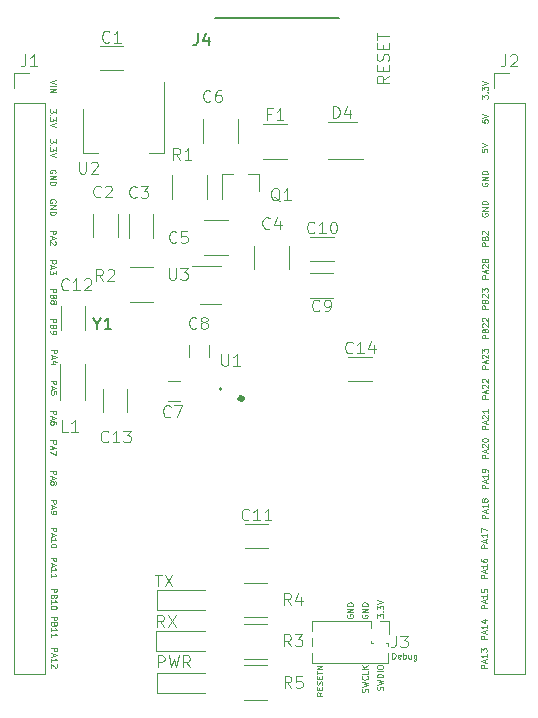
<source format=gbr>
G04 #@! TF.FileFunction,Legend,Top*
%FSLAX46Y46*%
G04 Gerber Fmt 4.6, Leading zero omitted, Abs format (unit mm)*
G04 Created by KiCad (PCBNEW 4.0.7) date 01/19/19 15:04:45*
%MOMM*%
%LPD*%
G01*
G04 APERTURE LIST*
%ADD10C,0.100000*%
%ADD11C,0.075000*%
%ADD12C,0.050000*%
%ADD13C,0.170000*%
%ADD14C,0.400000*%
%ADD15C,0.120000*%
%ADD16C,0.150000*%
G04 APERTURE END LIST*
D10*
D11*
X159116021Y-54929541D02*
X158639830Y-55262875D01*
X159116021Y-55500970D02*
X158116021Y-55500970D01*
X158116021Y-55120017D01*
X158163640Y-55024779D01*
X158211259Y-54977160D01*
X158306497Y-54929541D01*
X158449354Y-54929541D01*
X158544592Y-54977160D01*
X158592211Y-55024779D01*
X158639830Y-55120017D01*
X158639830Y-55500970D01*
X158592211Y-54500970D02*
X158592211Y-54167636D01*
X159116021Y-54024779D02*
X159116021Y-54500970D01*
X158116021Y-54500970D01*
X158116021Y-54024779D01*
X159068402Y-53643827D02*
X159116021Y-53500970D01*
X159116021Y-53262874D01*
X159068402Y-53167636D01*
X159020783Y-53120017D01*
X158925545Y-53072398D01*
X158830307Y-53072398D01*
X158735069Y-53120017D01*
X158687450Y-53167636D01*
X158639830Y-53262874D01*
X158592211Y-53453351D01*
X158544592Y-53548589D01*
X158496973Y-53596208D01*
X158401735Y-53643827D01*
X158306497Y-53643827D01*
X158211259Y-53596208D01*
X158163640Y-53548589D01*
X158116021Y-53453351D01*
X158116021Y-53215255D01*
X158163640Y-53072398D01*
X158592211Y-52643827D02*
X158592211Y-52310493D01*
X159116021Y-52167636D02*
X159116021Y-52643827D01*
X158116021Y-52643827D01*
X158116021Y-52167636D01*
X158116021Y-51881922D02*
X158116021Y-51310493D01*
X159116021Y-51596208D02*
X158116021Y-51596208D01*
D12*
X158599321Y-106929264D02*
X158623130Y-106857835D01*
X158623130Y-106738788D01*
X158599321Y-106691169D01*
X158575511Y-106667359D01*
X158527892Y-106643550D01*
X158480273Y-106643550D01*
X158432654Y-106667359D01*
X158408845Y-106691169D01*
X158385035Y-106738788D01*
X158361226Y-106834026D01*
X158337416Y-106881645D01*
X158313607Y-106905454D01*
X158265988Y-106929264D01*
X158218369Y-106929264D01*
X158170750Y-106905454D01*
X158146940Y-106881645D01*
X158123130Y-106834026D01*
X158123130Y-106714978D01*
X158146940Y-106643550D01*
X158123130Y-106476883D02*
X158623130Y-106357836D01*
X158265988Y-106262598D01*
X158623130Y-106167360D01*
X158123130Y-106048312D01*
X158623130Y-105857835D02*
X158123130Y-105857835D01*
X158123130Y-105738788D01*
X158146940Y-105667359D01*
X158194559Y-105619740D01*
X158242178Y-105595931D01*
X158337416Y-105572121D01*
X158408845Y-105572121D01*
X158504083Y-105595931D01*
X158551702Y-105619740D01*
X158599321Y-105667359D01*
X158623130Y-105738788D01*
X158623130Y-105857835D01*
X158623130Y-105357835D02*
X158123130Y-105357835D01*
X158123130Y-105024502D02*
X158123130Y-104929264D01*
X158146940Y-104881645D01*
X158194559Y-104834026D01*
X158289797Y-104810217D01*
X158456464Y-104810217D01*
X158551702Y-104834026D01*
X158599321Y-104881645D01*
X158623130Y-104929264D01*
X158623130Y-105024502D01*
X158599321Y-105072121D01*
X158551702Y-105119740D01*
X158456464Y-105143550D01*
X158289797Y-105143550D01*
X158194559Y-105119740D01*
X158146940Y-105072121D01*
X158123130Y-105024502D01*
X157319161Y-107107372D02*
X157342970Y-107035943D01*
X157342970Y-106916896D01*
X157319161Y-106869277D01*
X157295351Y-106845467D01*
X157247732Y-106821658D01*
X157200113Y-106821658D01*
X157152494Y-106845467D01*
X157128685Y-106869277D01*
X157104875Y-106916896D01*
X157081066Y-107012134D01*
X157057256Y-107059753D01*
X157033447Y-107083562D01*
X156985828Y-107107372D01*
X156938209Y-107107372D01*
X156890590Y-107083562D01*
X156866780Y-107059753D01*
X156842970Y-107012134D01*
X156842970Y-106893086D01*
X156866780Y-106821658D01*
X156842970Y-106654991D02*
X157342970Y-106535944D01*
X156985828Y-106440706D01*
X157342970Y-106345468D01*
X156842970Y-106226420D01*
X157295351Y-105750229D02*
X157319161Y-105774039D01*
X157342970Y-105845467D01*
X157342970Y-105893086D01*
X157319161Y-105964515D01*
X157271542Y-106012134D01*
X157223923Y-106035943D01*
X157128685Y-106059753D01*
X157057256Y-106059753D01*
X156962018Y-106035943D01*
X156914399Y-106012134D01*
X156866780Y-105964515D01*
X156842970Y-105893086D01*
X156842970Y-105845467D01*
X156866780Y-105774039D01*
X156890590Y-105750229D01*
X157342970Y-105297848D02*
X157342970Y-105535943D01*
X156842970Y-105535943D01*
X157342970Y-105131181D02*
X156842970Y-105131181D01*
X157342970Y-104845467D02*
X157057256Y-105059753D01*
X156842970Y-104845467D02*
X157128685Y-105131181D01*
X153502490Y-107116915D02*
X153264395Y-107283582D01*
X153502490Y-107402629D02*
X153002490Y-107402629D01*
X153002490Y-107212153D01*
X153026300Y-107164534D01*
X153050110Y-107140725D01*
X153097729Y-107116915D01*
X153169157Y-107116915D01*
X153216776Y-107140725D01*
X153240586Y-107164534D01*
X153264395Y-107212153D01*
X153264395Y-107402629D01*
X153240586Y-106902629D02*
X153240586Y-106735963D01*
X153502490Y-106664534D02*
X153502490Y-106902629D01*
X153002490Y-106902629D01*
X153002490Y-106664534D01*
X153478681Y-106474058D02*
X153502490Y-106402629D01*
X153502490Y-106283582D01*
X153478681Y-106235963D01*
X153454871Y-106212153D01*
X153407252Y-106188344D01*
X153359633Y-106188344D01*
X153312014Y-106212153D01*
X153288205Y-106235963D01*
X153264395Y-106283582D01*
X153240586Y-106378820D01*
X153216776Y-106426439D01*
X153192967Y-106450248D01*
X153145348Y-106474058D01*
X153097729Y-106474058D01*
X153050110Y-106450248D01*
X153026300Y-106426439D01*
X153002490Y-106378820D01*
X153002490Y-106259772D01*
X153026300Y-106188344D01*
X153240586Y-105974058D02*
X153240586Y-105807392D01*
X153502490Y-105735963D02*
X153502490Y-105974058D01*
X153002490Y-105974058D01*
X153002490Y-105735963D01*
X153002490Y-105593106D02*
X153002490Y-105307392D01*
X153502490Y-105450249D02*
X153002490Y-105450249D01*
X153502490Y-105140725D02*
X153002490Y-105140725D01*
X153502490Y-104855011D01*
X153002490Y-104855011D01*
X158151070Y-100814094D02*
X158151070Y-100504571D01*
X158341547Y-100671237D01*
X158341547Y-100599809D01*
X158365356Y-100552190D01*
X158389166Y-100528380D01*
X158436785Y-100504571D01*
X158555832Y-100504571D01*
X158603451Y-100528380D01*
X158627261Y-100552190D01*
X158651070Y-100599809D01*
X158651070Y-100742666D01*
X158627261Y-100790285D01*
X158603451Y-100814094D01*
X158603451Y-100290285D02*
X158627261Y-100266476D01*
X158651070Y-100290285D01*
X158627261Y-100314095D01*
X158603451Y-100290285D01*
X158651070Y-100290285D01*
X158151070Y-100099809D02*
X158151070Y-99790286D01*
X158341547Y-99956952D01*
X158341547Y-99885524D01*
X158365356Y-99837905D01*
X158389166Y-99814095D01*
X158436785Y-99790286D01*
X158555832Y-99790286D01*
X158603451Y-99814095D01*
X158627261Y-99837905D01*
X158651070Y-99885524D01*
X158651070Y-100028381D01*
X158627261Y-100076000D01*
X158603451Y-100099809D01*
X158151070Y-99647429D02*
X158651070Y-99480762D01*
X158151070Y-99314096D01*
X156859160Y-100566173D02*
X156835350Y-100613792D01*
X156835350Y-100685220D01*
X156859160Y-100756649D01*
X156906779Y-100804268D01*
X156954398Y-100828077D01*
X157049636Y-100851887D01*
X157121065Y-100851887D01*
X157216303Y-100828077D01*
X157263922Y-100804268D01*
X157311541Y-100756649D01*
X157335350Y-100685220D01*
X157335350Y-100637601D01*
X157311541Y-100566173D01*
X157287731Y-100542363D01*
X157121065Y-100542363D01*
X157121065Y-100637601D01*
X157335350Y-100328077D02*
X156835350Y-100328077D01*
X157335350Y-100042363D01*
X156835350Y-100042363D01*
X157335350Y-99804267D02*
X156835350Y-99804267D01*
X156835350Y-99685220D01*
X156859160Y-99613791D01*
X156906779Y-99566172D01*
X156954398Y-99542363D01*
X157049636Y-99518553D01*
X157121065Y-99518553D01*
X157216303Y-99542363D01*
X157263922Y-99566172D01*
X157311541Y-99613791D01*
X157335350Y-99685220D01*
X157335350Y-99804267D01*
X155617100Y-100558553D02*
X155593290Y-100606172D01*
X155593290Y-100677600D01*
X155617100Y-100749029D01*
X155664719Y-100796648D01*
X155712338Y-100820457D01*
X155807576Y-100844267D01*
X155879005Y-100844267D01*
X155974243Y-100820457D01*
X156021862Y-100796648D01*
X156069481Y-100749029D01*
X156093290Y-100677600D01*
X156093290Y-100629981D01*
X156069481Y-100558553D01*
X156045671Y-100534743D01*
X155879005Y-100534743D01*
X155879005Y-100629981D01*
X156093290Y-100320457D02*
X155593290Y-100320457D01*
X156093290Y-100034743D01*
X155593290Y-100034743D01*
X156093290Y-99796647D02*
X155593290Y-99796647D01*
X155593290Y-99677600D01*
X155617100Y-99606171D01*
X155664719Y-99558552D01*
X155712338Y-99534743D01*
X155807576Y-99510933D01*
X155879005Y-99510933D01*
X155974243Y-99534743D01*
X156021862Y-99558552D01*
X156069481Y-99606171D01*
X156093290Y-99677600D01*
X156093290Y-99796647D01*
X167497890Y-89863667D02*
X166997890Y-89863667D01*
X166997890Y-89673191D01*
X167021700Y-89625572D01*
X167045510Y-89601763D01*
X167093129Y-89577953D01*
X167164557Y-89577953D01*
X167212176Y-89601763D01*
X167235986Y-89625572D01*
X167259795Y-89673191D01*
X167259795Y-89863667D01*
X167355033Y-89387477D02*
X167355033Y-89149382D01*
X167497890Y-89435096D02*
X166997890Y-89268429D01*
X167497890Y-89101763D01*
X167497890Y-88673192D02*
X167497890Y-88958906D01*
X167497890Y-88816049D02*
X166997890Y-88816049D01*
X167069319Y-88863668D01*
X167116938Y-88911287D01*
X167140748Y-88958906D01*
X167497890Y-88435097D02*
X167497890Y-88339859D01*
X167474081Y-88292240D01*
X167450271Y-88268430D01*
X167378843Y-88220811D01*
X167283605Y-88197002D01*
X167093129Y-88197002D01*
X167045510Y-88220811D01*
X167021700Y-88244621D01*
X166997890Y-88292240D01*
X166997890Y-88387478D01*
X167021700Y-88435097D01*
X167045510Y-88458906D01*
X167093129Y-88482716D01*
X167212176Y-88482716D01*
X167259795Y-88458906D01*
X167283605Y-88435097D01*
X167307414Y-88387478D01*
X167307414Y-88292240D01*
X167283605Y-88244621D01*
X167259795Y-88220811D01*
X167212176Y-88197002D01*
X159407671Y-104269670D02*
X159407671Y-103769670D01*
X159526718Y-103769670D01*
X159598147Y-103793480D01*
X159645766Y-103841099D01*
X159669575Y-103888718D01*
X159693385Y-103983956D01*
X159693385Y-104055385D01*
X159669575Y-104150623D01*
X159645766Y-104198242D01*
X159598147Y-104245861D01*
X159526718Y-104269670D01*
X159407671Y-104269670D01*
X160098147Y-104245861D02*
X160050528Y-104269670D01*
X159955290Y-104269670D01*
X159907671Y-104245861D01*
X159883861Y-104198242D01*
X159883861Y-104007766D01*
X159907671Y-103960147D01*
X159955290Y-103936337D01*
X160050528Y-103936337D01*
X160098147Y-103960147D01*
X160121956Y-104007766D01*
X160121956Y-104055385D01*
X159883861Y-104103004D01*
X160336242Y-104269670D02*
X160336242Y-103769670D01*
X160336242Y-103960147D02*
X160383861Y-103936337D01*
X160479099Y-103936337D01*
X160526718Y-103960147D01*
X160550527Y-103983956D01*
X160574337Y-104031575D01*
X160574337Y-104174432D01*
X160550527Y-104222051D01*
X160526718Y-104245861D01*
X160479099Y-104269670D01*
X160383861Y-104269670D01*
X160336242Y-104245861D01*
X161002908Y-103936337D02*
X161002908Y-104269670D01*
X160788623Y-103936337D02*
X160788623Y-104198242D01*
X160812432Y-104245861D01*
X160860051Y-104269670D01*
X160931480Y-104269670D01*
X160979099Y-104245861D01*
X161002908Y-104222051D01*
X161455289Y-103936337D02*
X161455289Y-104341099D01*
X161431480Y-104388718D01*
X161407670Y-104412528D01*
X161360051Y-104436337D01*
X161288623Y-104436337D01*
X161241004Y-104412528D01*
X161455289Y-104245861D02*
X161407670Y-104269670D01*
X161312432Y-104269670D01*
X161264813Y-104245861D01*
X161241004Y-104222051D01*
X161217194Y-104174432D01*
X161217194Y-104031575D01*
X161241004Y-103983956D01*
X161264813Y-103960147D01*
X161312432Y-103936337D01*
X161407670Y-103936337D01*
X161455289Y-103960147D01*
X167416610Y-105078267D02*
X166916610Y-105078267D01*
X166916610Y-104887791D01*
X166940420Y-104840172D01*
X166964230Y-104816363D01*
X167011849Y-104792553D01*
X167083277Y-104792553D01*
X167130896Y-104816363D01*
X167154706Y-104840172D01*
X167178515Y-104887791D01*
X167178515Y-105078267D01*
X167273753Y-104602077D02*
X167273753Y-104363982D01*
X167416610Y-104649696D02*
X166916610Y-104483029D01*
X167416610Y-104316363D01*
X167416610Y-103887792D02*
X167416610Y-104173506D01*
X167416610Y-104030649D02*
X166916610Y-104030649D01*
X166988039Y-104078268D01*
X167035658Y-104125887D01*
X167059468Y-104173506D01*
X166916610Y-103721125D02*
X166916610Y-103411602D01*
X167107087Y-103578268D01*
X167107087Y-103506840D01*
X167130896Y-103459221D01*
X167154706Y-103435411D01*
X167202325Y-103411602D01*
X167321372Y-103411602D01*
X167368991Y-103435411D01*
X167392801Y-103459221D01*
X167416610Y-103506840D01*
X167416610Y-103649697D01*
X167392801Y-103697316D01*
X167368991Y-103721125D01*
X167416610Y-102609387D02*
X166916610Y-102609387D01*
X166916610Y-102418911D01*
X166940420Y-102371292D01*
X166964230Y-102347483D01*
X167011849Y-102323673D01*
X167083277Y-102323673D01*
X167130896Y-102347483D01*
X167154706Y-102371292D01*
X167178515Y-102418911D01*
X167178515Y-102609387D01*
X167273753Y-102133197D02*
X167273753Y-101895102D01*
X167416610Y-102180816D02*
X166916610Y-102014149D01*
X167416610Y-101847483D01*
X167416610Y-101418912D02*
X167416610Y-101704626D01*
X167416610Y-101561769D02*
X166916610Y-101561769D01*
X166988039Y-101609388D01*
X167035658Y-101657007D01*
X167059468Y-101704626D01*
X167083277Y-100990341D02*
X167416610Y-100990341D01*
X166892801Y-101109388D02*
X167249944Y-101228436D01*
X167249944Y-100918912D01*
X167452170Y-100003347D02*
X166952170Y-100003347D01*
X166952170Y-99812871D01*
X166975980Y-99765252D01*
X166999790Y-99741443D01*
X167047409Y-99717633D01*
X167118837Y-99717633D01*
X167166456Y-99741443D01*
X167190266Y-99765252D01*
X167214075Y-99812871D01*
X167214075Y-100003347D01*
X167309313Y-99527157D02*
X167309313Y-99289062D01*
X167452170Y-99574776D02*
X166952170Y-99408109D01*
X167452170Y-99241443D01*
X167452170Y-98812872D02*
X167452170Y-99098586D01*
X167452170Y-98955729D02*
X166952170Y-98955729D01*
X167023599Y-99003348D01*
X167071218Y-99050967D01*
X167095028Y-99098586D01*
X166952170Y-98360491D02*
X166952170Y-98598586D01*
X167190266Y-98622396D01*
X167166456Y-98598586D01*
X167142647Y-98550967D01*
X167142647Y-98431920D01*
X167166456Y-98384301D01*
X167190266Y-98360491D01*
X167237885Y-98336682D01*
X167356932Y-98336682D01*
X167404551Y-98360491D01*
X167428361Y-98384301D01*
X167452170Y-98431920D01*
X167452170Y-98550967D01*
X167428361Y-98598586D01*
X167404551Y-98622396D01*
X167436930Y-97463347D02*
X166936930Y-97463347D01*
X166936930Y-97272871D01*
X166960740Y-97225252D01*
X166984550Y-97201443D01*
X167032169Y-97177633D01*
X167103597Y-97177633D01*
X167151216Y-97201443D01*
X167175026Y-97225252D01*
X167198835Y-97272871D01*
X167198835Y-97463347D01*
X167294073Y-96987157D02*
X167294073Y-96749062D01*
X167436930Y-97034776D02*
X166936930Y-96868109D01*
X167436930Y-96701443D01*
X167436930Y-96272872D02*
X167436930Y-96558586D01*
X167436930Y-96415729D02*
X166936930Y-96415729D01*
X167008359Y-96463348D01*
X167055978Y-96510967D01*
X167079788Y-96558586D01*
X166936930Y-95844301D02*
X166936930Y-95939539D01*
X166960740Y-95987158D01*
X166984550Y-96010967D01*
X167055978Y-96058586D01*
X167151216Y-96082396D01*
X167341692Y-96082396D01*
X167389311Y-96058586D01*
X167413121Y-96034777D01*
X167436930Y-95987158D01*
X167436930Y-95891920D01*
X167413121Y-95844301D01*
X167389311Y-95820491D01*
X167341692Y-95796682D01*
X167222645Y-95796682D01*
X167175026Y-95820491D01*
X167151216Y-95844301D01*
X167127407Y-95891920D01*
X167127407Y-95987158D01*
X167151216Y-96034777D01*
X167175026Y-96058586D01*
X167222645Y-96082396D01*
X167462330Y-94892867D02*
X166962330Y-94892867D01*
X166962330Y-94702391D01*
X166986140Y-94654772D01*
X167009950Y-94630963D01*
X167057569Y-94607153D01*
X167128997Y-94607153D01*
X167176616Y-94630963D01*
X167200426Y-94654772D01*
X167224235Y-94702391D01*
X167224235Y-94892867D01*
X167319473Y-94416677D02*
X167319473Y-94178582D01*
X167462330Y-94464296D02*
X166962330Y-94297629D01*
X167462330Y-94130963D01*
X167462330Y-93702392D02*
X167462330Y-93988106D01*
X167462330Y-93845249D02*
X166962330Y-93845249D01*
X167033759Y-93892868D01*
X167081378Y-93940487D01*
X167105188Y-93988106D01*
X166962330Y-93535725D02*
X166962330Y-93202392D01*
X167462330Y-93416678D01*
X167482650Y-92378267D02*
X166982650Y-92378267D01*
X166982650Y-92187791D01*
X167006460Y-92140172D01*
X167030270Y-92116363D01*
X167077889Y-92092553D01*
X167149317Y-92092553D01*
X167196936Y-92116363D01*
X167220746Y-92140172D01*
X167244555Y-92187791D01*
X167244555Y-92378267D01*
X167339793Y-91902077D02*
X167339793Y-91663982D01*
X167482650Y-91949696D02*
X166982650Y-91783029D01*
X167482650Y-91616363D01*
X167482650Y-91187792D02*
X167482650Y-91473506D01*
X167482650Y-91330649D02*
X166982650Y-91330649D01*
X167054079Y-91378268D01*
X167101698Y-91425887D01*
X167125508Y-91473506D01*
X167196936Y-90902078D02*
X167173127Y-90949697D01*
X167149317Y-90973506D01*
X167101698Y-90997316D01*
X167077889Y-90997316D01*
X167030270Y-90973506D01*
X167006460Y-90949697D01*
X166982650Y-90902078D01*
X166982650Y-90806840D01*
X167006460Y-90759221D01*
X167030270Y-90735411D01*
X167077889Y-90711602D01*
X167101698Y-90711602D01*
X167149317Y-90735411D01*
X167173127Y-90759221D01*
X167196936Y-90806840D01*
X167196936Y-90902078D01*
X167220746Y-90949697D01*
X167244555Y-90973506D01*
X167292174Y-90997316D01*
X167387412Y-90997316D01*
X167435031Y-90973506D01*
X167458841Y-90949697D01*
X167482650Y-90902078D01*
X167482650Y-90806840D01*
X167458841Y-90759221D01*
X167435031Y-90735411D01*
X167387412Y-90711602D01*
X167292174Y-90711602D01*
X167244555Y-90735411D01*
X167220746Y-90759221D01*
X167196936Y-90806840D01*
X167508050Y-87283027D02*
X167008050Y-87283027D01*
X167008050Y-87092551D01*
X167031860Y-87044932D01*
X167055670Y-87021123D01*
X167103289Y-86997313D01*
X167174717Y-86997313D01*
X167222336Y-87021123D01*
X167246146Y-87044932D01*
X167269955Y-87092551D01*
X167269955Y-87283027D01*
X167365193Y-86806837D02*
X167365193Y-86568742D01*
X167508050Y-86854456D02*
X167008050Y-86687789D01*
X167508050Y-86521123D01*
X167055670Y-86378266D02*
X167031860Y-86354456D01*
X167008050Y-86306837D01*
X167008050Y-86187790D01*
X167031860Y-86140171D01*
X167055670Y-86116361D01*
X167103289Y-86092552D01*
X167150908Y-86092552D01*
X167222336Y-86116361D01*
X167508050Y-86402075D01*
X167508050Y-86092552D01*
X167008050Y-85783028D02*
X167008050Y-85735409D01*
X167031860Y-85687790D01*
X167055670Y-85663981D01*
X167103289Y-85640171D01*
X167198527Y-85616362D01*
X167317574Y-85616362D01*
X167412812Y-85640171D01*
X167460431Y-85663981D01*
X167484241Y-85687790D01*
X167508050Y-85735409D01*
X167508050Y-85783028D01*
X167484241Y-85830647D01*
X167460431Y-85854457D01*
X167412812Y-85878266D01*
X167317574Y-85902076D01*
X167198527Y-85902076D01*
X167103289Y-85878266D01*
X167055670Y-85854457D01*
X167031860Y-85830647D01*
X167008050Y-85783028D01*
X167508050Y-84844627D02*
X167008050Y-84844627D01*
X167008050Y-84654151D01*
X167031860Y-84606532D01*
X167055670Y-84582723D01*
X167103289Y-84558913D01*
X167174717Y-84558913D01*
X167222336Y-84582723D01*
X167246146Y-84606532D01*
X167269955Y-84654151D01*
X167269955Y-84844627D01*
X167365193Y-84368437D02*
X167365193Y-84130342D01*
X167508050Y-84416056D02*
X167008050Y-84249389D01*
X167508050Y-84082723D01*
X167055670Y-83939866D02*
X167031860Y-83916056D01*
X167008050Y-83868437D01*
X167008050Y-83749390D01*
X167031860Y-83701771D01*
X167055670Y-83677961D01*
X167103289Y-83654152D01*
X167150908Y-83654152D01*
X167222336Y-83677961D01*
X167508050Y-83963675D01*
X167508050Y-83654152D01*
X167508050Y-83177962D02*
X167508050Y-83463676D01*
X167508050Y-83320819D02*
X167008050Y-83320819D01*
X167079479Y-83368438D01*
X167127098Y-83416057D01*
X167150908Y-83463676D01*
X167518210Y-82253827D02*
X167018210Y-82253827D01*
X167018210Y-82063351D01*
X167042020Y-82015732D01*
X167065830Y-81991923D01*
X167113449Y-81968113D01*
X167184877Y-81968113D01*
X167232496Y-81991923D01*
X167256306Y-82015732D01*
X167280115Y-82063351D01*
X167280115Y-82253827D01*
X167375353Y-81777637D02*
X167375353Y-81539542D01*
X167518210Y-81825256D02*
X167018210Y-81658589D01*
X167518210Y-81491923D01*
X167065830Y-81349066D02*
X167042020Y-81325256D01*
X167018210Y-81277637D01*
X167018210Y-81158590D01*
X167042020Y-81110971D01*
X167065830Y-81087161D01*
X167113449Y-81063352D01*
X167161068Y-81063352D01*
X167232496Y-81087161D01*
X167518210Y-81372875D01*
X167518210Y-81063352D01*
X167065830Y-80872876D02*
X167042020Y-80849066D01*
X167018210Y-80801447D01*
X167018210Y-80682400D01*
X167042020Y-80634781D01*
X167065830Y-80610971D01*
X167113449Y-80587162D01*
X167161068Y-80587162D01*
X167232496Y-80610971D01*
X167518210Y-80896685D01*
X167518210Y-80587162D01*
X167508050Y-79713827D02*
X167008050Y-79713827D01*
X167008050Y-79523351D01*
X167031860Y-79475732D01*
X167055670Y-79451923D01*
X167103289Y-79428113D01*
X167174717Y-79428113D01*
X167222336Y-79451923D01*
X167246146Y-79475732D01*
X167269955Y-79523351D01*
X167269955Y-79713827D01*
X167365193Y-79237637D02*
X167365193Y-78999542D01*
X167508050Y-79285256D02*
X167008050Y-79118589D01*
X167508050Y-78951923D01*
X167055670Y-78809066D02*
X167031860Y-78785256D01*
X167008050Y-78737637D01*
X167008050Y-78618590D01*
X167031860Y-78570971D01*
X167055670Y-78547161D01*
X167103289Y-78523352D01*
X167150908Y-78523352D01*
X167222336Y-78547161D01*
X167508050Y-78832875D01*
X167508050Y-78523352D01*
X167008050Y-78356685D02*
X167008050Y-78047162D01*
X167198527Y-78213828D01*
X167198527Y-78142400D01*
X167222336Y-78094781D01*
X167246146Y-78070971D01*
X167293765Y-78047162D01*
X167412812Y-78047162D01*
X167460431Y-78070971D01*
X167484241Y-78094781D01*
X167508050Y-78142400D01*
X167508050Y-78285257D01*
X167484241Y-78332876D01*
X167460431Y-78356685D01*
X167518210Y-77158742D02*
X167018210Y-77158742D01*
X167018210Y-76968266D01*
X167042020Y-76920647D01*
X167065830Y-76896838D01*
X167113449Y-76873028D01*
X167184877Y-76873028D01*
X167232496Y-76896838D01*
X167256306Y-76920647D01*
X167280115Y-76968266D01*
X167280115Y-77158742D01*
X167256306Y-76492076D02*
X167280115Y-76420647D01*
X167303925Y-76396838D01*
X167351544Y-76373028D01*
X167422972Y-76373028D01*
X167470591Y-76396838D01*
X167494401Y-76420647D01*
X167518210Y-76468266D01*
X167518210Y-76658742D01*
X167018210Y-76658742D01*
X167018210Y-76492076D01*
X167042020Y-76444457D01*
X167065830Y-76420647D01*
X167113449Y-76396838D01*
X167161068Y-76396838D01*
X167208687Y-76420647D01*
X167232496Y-76444457D01*
X167256306Y-76492076D01*
X167256306Y-76658742D01*
X167065830Y-76182552D02*
X167042020Y-76158742D01*
X167018210Y-76111123D01*
X167018210Y-75992076D01*
X167042020Y-75944457D01*
X167065830Y-75920647D01*
X167113449Y-75896838D01*
X167161068Y-75896838D01*
X167232496Y-75920647D01*
X167518210Y-76206361D01*
X167518210Y-75896838D01*
X167065830Y-75706362D02*
X167042020Y-75682552D01*
X167018210Y-75634933D01*
X167018210Y-75515886D01*
X167042020Y-75468267D01*
X167065830Y-75444457D01*
X167113449Y-75420648D01*
X167161068Y-75420648D01*
X167232496Y-75444457D01*
X167518210Y-75730171D01*
X167518210Y-75420648D01*
X167497890Y-74659382D02*
X166997890Y-74659382D01*
X166997890Y-74468906D01*
X167021700Y-74421287D01*
X167045510Y-74397478D01*
X167093129Y-74373668D01*
X167164557Y-74373668D01*
X167212176Y-74397478D01*
X167235986Y-74421287D01*
X167259795Y-74468906D01*
X167259795Y-74659382D01*
X167235986Y-73992716D02*
X167259795Y-73921287D01*
X167283605Y-73897478D01*
X167331224Y-73873668D01*
X167402652Y-73873668D01*
X167450271Y-73897478D01*
X167474081Y-73921287D01*
X167497890Y-73968906D01*
X167497890Y-74159382D01*
X166997890Y-74159382D01*
X166997890Y-73992716D01*
X167021700Y-73945097D01*
X167045510Y-73921287D01*
X167093129Y-73897478D01*
X167140748Y-73897478D01*
X167188367Y-73921287D01*
X167212176Y-73945097D01*
X167235986Y-73992716D01*
X167235986Y-74159382D01*
X167045510Y-73683192D02*
X167021700Y-73659382D01*
X166997890Y-73611763D01*
X166997890Y-73492716D01*
X167021700Y-73445097D01*
X167045510Y-73421287D01*
X167093129Y-73397478D01*
X167140748Y-73397478D01*
X167212176Y-73421287D01*
X167497890Y-73707001D01*
X167497890Y-73397478D01*
X166997890Y-73230811D02*
X166997890Y-72921288D01*
X167188367Y-73087954D01*
X167188367Y-73016526D01*
X167212176Y-72968907D01*
X167235986Y-72945097D01*
X167283605Y-72921288D01*
X167402652Y-72921288D01*
X167450271Y-72945097D01*
X167474081Y-72968907D01*
X167497890Y-73016526D01*
X167497890Y-73159383D01*
X167474081Y-73207002D01*
X167450271Y-73230811D01*
X167518210Y-72088747D02*
X167018210Y-72088747D01*
X167018210Y-71898271D01*
X167042020Y-71850652D01*
X167065830Y-71826843D01*
X167113449Y-71803033D01*
X167184877Y-71803033D01*
X167232496Y-71826843D01*
X167256306Y-71850652D01*
X167280115Y-71898271D01*
X167280115Y-72088747D01*
X167375353Y-71612557D02*
X167375353Y-71374462D01*
X167518210Y-71660176D02*
X167018210Y-71493509D01*
X167518210Y-71326843D01*
X167065830Y-71183986D02*
X167042020Y-71160176D01*
X167018210Y-71112557D01*
X167018210Y-70993510D01*
X167042020Y-70945891D01*
X167065830Y-70922081D01*
X167113449Y-70898272D01*
X167161068Y-70898272D01*
X167232496Y-70922081D01*
X167518210Y-71207795D01*
X167518210Y-70898272D01*
X167232496Y-70612558D02*
X167208687Y-70660177D01*
X167184877Y-70683986D01*
X167137258Y-70707796D01*
X167113449Y-70707796D01*
X167065830Y-70683986D01*
X167042020Y-70660177D01*
X167018210Y-70612558D01*
X167018210Y-70517320D01*
X167042020Y-70469701D01*
X167065830Y-70445891D01*
X167113449Y-70422082D01*
X167137258Y-70422082D01*
X167184877Y-70445891D01*
X167208687Y-70469701D01*
X167232496Y-70517320D01*
X167232496Y-70612558D01*
X167256306Y-70660177D01*
X167280115Y-70683986D01*
X167327734Y-70707796D01*
X167422972Y-70707796D01*
X167470591Y-70683986D01*
X167494401Y-70660177D01*
X167518210Y-70612558D01*
X167518210Y-70517320D01*
X167494401Y-70469701D01*
X167470591Y-70445891D01*
X167422972Y-70422082D01*
X167327734Y-70422082D01*
X167280115Y-70445891D01*
X167256306Y-70469701D01*
X167232496Y-70517320D01*
X167502970Y-69315887D02*
X167002970Y-69315887D01*
X167002970Y-69125411D01*
X167026780Y-69077792D01*
X167050590Y-69053983D01*
X167098209Y-69030173D01*
X167169637Y-69030173D01*
X167217256Y-69053983D01*
X167241066Y-69077792D01*
X167264875Y-69125411D01*
X167264875Y-69315887D01*
X167241066Y-68649221D02*
X167264875Y-68577792D01*
X167288685Y-68553983D01*
X167336304Y-68530173D01*
X167407732Y-68530173D01*
X167455351Y-68553983D01*
X167479161Y-68577792D01*
X167502970Y-68625411D01*
X167502970Y-68815887D01*
X167002970Y-68815887D01*
X167002970Y-68649221D01*
X167026780Y-68601602D01*
X167050590Y-68577792D01*
X167098209Y-68553983D01*
X167145828Y-68553983D01*
X167193447Y-68577792D01*
X167217256Y-68601602D01*
X167241066Y-68649221D01*
X167241066Y-68815887D01*
X167050590Y-68339697D02*
X167026780Y-68315887D01*
X167002970Y-68268268D01*
X167002970Y-68149221D01*
X167026780Y-68101602D01*
X167050590Y-68077792D01*
X167098209Y-68053983D01*
X167145828Y-68053983D01*
X167217256Y-68077792D01*
X167502970Y-68363506D01*
X167502970Y-68053983D01*
X167006460Y-66573353D02*
X166982650Y-66620972D01*
X166982650Y-66692400D01*
X167006460Y-66763829D01*
X167054079Y-66811448D01*
X167101698Y-66835257D01*
X167196936Y-66859067D01*
X167268365Y-66859067D01*
X167363603Y-66835257D01*
X167411222Y-66811448D01*
X167458841Y-66763829D01*
X167482650Y-66692400D01*
X167482650Y-66644781D01*
X167458841Y-66573353D01*
X167435031Y-66549543D01*
X167268365Y-66549543D01*
X167268365Y-66644781D01*
X167482650Y-66335257D02*
X166982650Y-66335257D01*
X167482650Y-66049543D01*
X166982650Y-66049543D01*
X167482650Y-65811447D02*
X166982650Y-65811447D01*
X166982650Y-65692400D01*
X167006460Y-65620971D01*
X167054079Y-65573352D01*
X167101698Y-65549543D01*
X167196936Y-65525733D01*
X167268365Y-65525733D01*
X167363603Y-65549543D01*
X167411222Y-65573352D01*
X167458841Y-65620971D01*
X167482650Y-65692400D01*
X167482650Y-65811447D01*
X167021700Y-63997793D02*
X166997890Y-64045412D01*
X166997890Y-64116840D01*
X167021700Y-64188269D01*
X167069319Y-64235888D01*
X167116938Y-64259697D01*
X167212176Y-64283507D01*
X167283605Y-64283507D01*
X167378843Y-64259697D01*
X167426462Y-64235888D01*
X167474081Y-64188269D01*
X167497890Y-64116840D01*
X167497890Y-64069221D01*
X167474081Y-63997793D01*
X167450271Y-63973983D01*
X167283605Y-63973983D01*
X167283605Y-64069221D01*
X167497890Y-63759697D02*
X166997890Y-63759697D01*
X167497890Y-63473983D01*
X166997890Y-63473983D01*
X167497890Y-63235887D02*
X166997890Y-63235887D01*
X166997890Y-63116840D01*
X167021700Y-63045411D01*
X167069319Y-62997792D01*
X167116938Y-62973983D01*
X167212176Y-62950173D01*
X167283605Y-62950173D01*
X167378843Y-62973983D01*
X167426462Y-62997792D01*
X167474081Y-63045411D01*
X167497890Y-63116840D01*
X167497890Y-63235887D01*
X166972490Y-61121277D02*
X166972490Y-61359372D01*
X167210586Y-61383182D01*
X167186776Y-61359372D01*
X167162967Y-61311753D01*
X167162967Y-61192706D01*
X167186776Y-61145087D01*
X167210586Y-61121277D01*
X167258205Y-61097468D01*
X167377252Y-61097468D01*
X167424871Y-61121277D01*
X167448681Y-61145087D01*
X167472490Y-61192706D01*
X167472490Y-61311753D01*
X167448681Y-61359372D01*
X167424871Y-61383182D01*
X166972490Y-60954611D02*
X167472490Y-60787944D01*
X166972490Y-60621278D01*
X167013130Y-58626997D02*
X167013130Y-58865092D01*
X167251226Y-58888902D01*
X167227416Y-58865092D01*
X167203607Y-58817473D01*
X167203607Y-58698426D01*
X167227416Y-58650807D01*
X167251226Y-58626997D01*
X167298845Y-58603188D01*
X167417892Y-58603188D01*
X167465511Y-58626997D01*
X167489321Y-58650807D01*
X167513130Y-58698426D01*
X167513130Y-58817473D01*
X167489321Y-58865092D01*
X167465511Y-58888902D01*
X167013130Y-58460331D02*
X167513130Y-58293664D01*
X167013130Y-58126998D01*
X167002970Y-56861934D02*
X167002970Y-56552411D01*
X167193447Y-56719077D01*
X167193447Y-56647649D01*
X167217256Y-56600030D01*
X167241066Y-56576220D01*
X167288685Y-56552411D01*
X167407732Y-56552411D01*
X167455351Y-56576220D01*
X167479161Y-56600030D01*
X167502970Y-56647649D01*
X167502970Y-56790506D01*
X167479161Y-56838125D01*
X167455351Y-56861934D01*
X167455351Y-56338125D02*
X167479161Y-56314316D01*
X167502970Y-56338125D01*
X167479161Y-56361935D01*
X167455351Y-56338125D01*
X167502970Y-56338125D01*
X167002970Y-56147649D02*
X167002970Y-55838126D01*
X167193447Y-56004792D01*
X167193447Y-55933364D01*
X167217256Y-55885745D01*
X167241066Y-55861935D01*
X167288685Y-55838126D01*
X167407732Y-55838126D01*
X167455351Y-55861935D01*
X167479161Y-55885745D01*
X167502970Y-55933364D01*
X167502970Y-56076221D01*
X167479161Y-56123840D01*
X167455351Y-56147649D01*
X167002970Y-55695269D02*
X167502970Y-55528602D01*
X167002970Y-55361936D01*
X130545710Y-103364293D02*
X131045710Y-103364293D01*
X131045710Y-103554769D01*
X131021900Y-103602388D01*
X130998090Y-103626197D01*
X130950471Y-103650007D01*
X130879043Y-103650007D01*
X130831424Y-103626197D01*
X130807614Y-103602388D01*
X130783805Y-103554769D01*
X130783805Y-103364293D01*
X130688567Y-103840483D02*
X130688567Y-104078578D01*
X130545710Y-103792864D02*
X131045710Y-103959531D01*
X130545710Y-104126197D01*
X130545710Y-104554768D02*
X130545710Y-104269054D01*
X130545710Y-104411911D02*
X131045710Y-104411911D01*
X130974281Y-104364292D01*
X130926662Y-104316673D01*
X130902852Y-104269054D01*
X130998090Y-104745244D02*
X131021900Y-104769054D01*
X131045710Y-104816673D01*
X131045710Y-104935720D01*
X131021900Y-104983339D01*
X130998090Y-105007149D01*
X130950471Y-105030958D01*
X130902852Y-105030958D01*
X130831424Y-105007149D01*
X130545710Y-104721435D01*
X130545710Y-105030958D01*
X130525390Y-100707298D02*
X131025390Y-100707298D01*
X131025390Y-100897774D01*
X131001580Y-100945393D01*
X130977770Y-100969202D01*
X130930151Y-100993012D01*
X130858723Y-100993012D01*
X130811104Y-100969202D01*
X130787294Y-100945393D01*
X130763485Y-100897774D01*
X130763485Y-100707298D01*
X130787294Y-101373964D02*
X130763485Y-101445393D01*
X130739675Y-101469202D01*
X130692056Y-101493012D01*
X130620628Y-101493012D01*
X130573009Y-101469202D01*
X130549199Y-101445393D01*
X130525390Y-101397774D01*
X130525390Y-101207298D01*
X131025390Y-101207298D01*
X131025390Y-101373964D01*
X131001580Y-101421583D01*
X130977770Y-101445393D01*
X130930151Y-101469202D01*
X130882532Y-101469202D01*
X130834913Y-101445393D01*
X130811104Y-101421583D01*
X130787294Y-101373964D01*
X130787294Y-101207298D01*
X130525390Y-101969202D02*
X130525390Y-101683488D01*
X130525390Y-101826345D02*
X131025390Y-101826345D01*
X130953961Y-101778726D01*
X130906342Y-101731107D01*
X130882532Y-101683488D01*
X130525390Y-102445392D02*
X130525390Y-102159678D01*
X130525390Y-102302535D02*
X131025390Y-102302535D01*
X130953961Y-102254916D01*
X130906342Y-102207297D01*
X130882532Y-102159678D01*
X130499990Y-98350178D02*
X130999990Y-98350178D01*
X130999990Y-98540654D01*
X130976180Y-98588273D01*
X130952370Y-98612082D01*
X130904751Y-98635892D01*
X130833323Y-98635892D01*
X130785704Y-98612082D01*
X130761894Y-98588273D01*
X130738085Y-98540654D01*
X130738085Y-98350178D01*
X130761894Y-99016844D02*
X130738085Y-99088273D01*
X130714275Y-99112082D01*
X130666656Y-99135892D01*
X130595228Y-99135892D01*
X130547609Y-99112082D01*
X130523799Y-99088273D01*
X130499990Y-99040654D01*
X130499990Y-98850178D01*
X130999990Y-98850178D01*
X130999990Y-99016844D01*
X130976180Y-99064463D01*
X130952370Y-99088273D01*
X130904751Y-99112082D01*
X130857132Y-99112082D01*
X130809513Y-99088273D01*
X130785704Y-99064463D01*
X130761894Y-99016844D01*
X130761894Y-98850178D01*
X130499990Y-99612082D02*
X130499990Y-99326368D01*
X130499990Y-99469225D02*
X130999990Y-99469225D01*
X130928561Y-99421606D01*
X130880942Y-99373987D01*
X130857132Y-99326368D01*
X130999990Y-99921606D02*
X130999990Y-99969225D01*
X130976180Y-100016844D01*
X130952370Y-100040653D01*
X130904751Y-100064463D01*
X130809513Y-100088272D01*
X130690466Y-100088272D01*
X130595228Y-100064463D01*
X130547609Y-100040653D01*
X130523799Y-100016844D01*
X130499990Y-99969225D01*
X130499990Y-99921606D01*
X130523799Y-99873987D01*
X130547609Y-99850177D01*
X130595228Y-99826368D01*
X130690466Y-99802558D01*
X130809513Y-99802558D01*
X130904751Y-99826368D01*
X130952370Y-99850177D01*
X130976180Y-99873987D01*
X130999990Y-99921606D01*
X130484750Y-95713813D02*
X130984750Y-95713813D01*
X130984750Y-95904289D01*
X130960940Y-95951908D01*
X130937130Y-95975717D01*
X130889511Y-95999527D01*
X130818083Y-95999527D01*
X130770464Y-95975717D01*
X130746654Y-95951908D01*
X130722845Y-95904289D01*
X130722845Y-95713813D01*
X130627607Y-96190003D02*
X130627607Y-96428098D01*
X130484750Y-96142384D02*
X130984750Y-96309051D01*
X130484750Y-96475717D01*
X130484750Y-96904288D02*
X130484750Y-96618574D01*
X130484750Y-96761431D02*
X130984750Y-96761431D01*
X130913321Y-96713812D01*
X130865702Y-96666193D01*
X130841892Y-96618574D01*
X130484750Y-97380478D02*
X130484750Y-97094764D01*
X130484750Y-97237621D02*
X130984750Y-97237621D01*
X130913321Y-97190002D01*
X130865702Y-97142383D01*
X130841892Y-97094764D01*
X130479670Y-93194133D02*
X130979670Y-93194133D01*
X130979670Y-93384609D01*
X130955860Y-93432228D01*
X130932050Y-93456037D01*
X130884431Y-93479847D01*
X130813003Y-93479847D01*
X130765384Y-93456037D01*
X130741574Y-93432228D01*
X130717765Y-93384609D01*
X130717765Y-93194133D01*
X130622527Y-93670323D02*
X130622527Y-93908418D01*
X130479670Y-93622704D02*
X130979670Y-93789371D01*
X130479670Y-93956037D01*
X130479670Y-94384608D02*
X130479670Y-94098894D01*
X130479670Y-94241751D02*
X130979670Y-94241751D01*
X130908241Y-94194132D01*
X130860622Y-94146513D01*
X130836812Y-94098894D01*
X130979670Y-94694132D02*
X130979670Y-94741751D01*
X130955860Y-94789370D01*
X130932050Y-94813179D01*
X130884431Y-94836989D01*
X130789193Y-94860798D01*
X130670146Y-94860798D01*
X130574908Y-94836989D01*
X130527289Y-94813179D01*
X130503479Y-94789370D01*
X130479670Y-94741751D01*
X130479670Y-94694132D01*
X130503479Y-94646513D01*
X130527289Y-94622703D01*
X130574908Y-94598894D01*
X130670146Y-94575084D01*
X130789193Y-94575084D01*
X130884431Y-94598894D01*
X130932050Y-94622703D01*
X130955860Y-94646513D01*
X130979670Y-94694132D01*
X130479670Y-90861748D02*
X130979670Y-90861748D01*
X130979670Y-91052224D01*
X130955860Y-91099843D01*
X130932050Y-91123652D01*
X130884431Y-91147462D01*
X130813003Y-91147462D01*
X130765384Y-91123652D01*
X130741574Y-91099843D01*
X130717765Y-91052224D01*
X130717765Y-90861748D01*
X130622527Y-91337938D02*
X130622527Y-91576033D01*
X130479670Y-91290319D02*
X130979670Y-91456986D01*
X130479670Y-91623652D01*
X130479670Y-91814128D02*
X130479670Y-91909366D01*
X130503479Y-91956985D01*
X130527289Y-91980795D01*
X130598717Y-92028414D01*
X130693955Y-92052223D01*
X130884431Y-92052223D01*
X130932050Y-92028414D01*
X130955860Y-92004604D01*
X130979670Y-91956985D01*
X130979670Y-91861747D01*
X130955860Y-91814128D01*
X130932050Y-91790319D01*
X130884431Y-91766509D01*
X130765384Y-91766509D01*
X130717765Y-91790319D01*
X130693955Y-91814128D01*
X130670146Y-91861747D01*
X130670146Y-91956985D01*
X130693955Y-92004604D01*
X130717765Y-92028414D01*
X130765384Y-92052223D01*
X130464430Y-88352228D02*
X130964430Y-88352228D01*
X130964430Y-88542704D01*
X130940620Y-88590323D01*
X130916810Y-88614132D01*
X130869191Y-88637942D01*
X130797763Y-88637942D01*
X130750144Y-88614132D01*
X130726334Y-88590323D01*
X130702525Y-88542704D01*
X130702525Y-88352228D01*
X130607287Y-88828418D02*
X130607287Y-89066513D01*
X130464430Y-88780799D02*
X130964430Y-88947466D01*
X130464430Y-89114132D01*
X130750144Y-89352227D02*
X130773953Y-89304608D01*
X130797763Y-89280799D01*
X130845382Y-89256989D01*
X130869191Y-89256989D01*
X130916810Y-89280799D01*
X130940620Y-89304608D01*
X130964430Y-89352227D01*
X130964430Y-89447465D01*
X130940620Y-89495084D01*
X130916810Y-89518894D01*
X130869191Y-89542703D01*
X130845382Y-89542703D01*
X130797763Y-89518894D01*
X130773953Y-89495084D01*
X130750144Y-89447465D01*
X130750144Y-89352227D01*
X130726334Y-89304608D01*
X130702525Y-89280799D01*
X130654906Y-89256989D01*
X130559668Y-89256989D01*
X130512049Y-89280799D01*
X130488239Y-89304608D01*
X130464430Y-89352227D01*
X130464430Y-89447465D01*
X130488239Y-89495084D01*
X130512049Y-89518894D01*
X130559668Y-89542703D01*
X130654906Y-89542703D01*
X130702525Y-89518894D01*
X130726334Y-89495084D01*
X130750144Y-89447465D01*
X130469510Y-85802068D02*
X130969510Y-85802068D01*
X130969510Y-85992544D01*
X130945700Y-86040163D01*
X130921890Y-86063972D01*
X130874271Y-86087782D01*
X130802843Y-86087782D01*
X130755224Y-86063972D01*
X130731414Y-86040163D01*
X130707605Y-85992544D01*
X130707605Y-85802068D01*
X130612367Y-86278258D02*
X130612367Y-86516353D01*
X130469510Y-86230639D02*
X130969510Y-86397306D01*
X130469510Y-86563972D01*
X130969510Y-86683020D02*
X130969510Y-87016353D01*
X130469510Y-86802067D01*
X130464430Y-83272228D02*
X130964430Y-83272228D01*
X130964430Y-83462704D01*
X130940620Y-83510323D01*
X130916810Y-83534132D01*
X130869191Y-83557942D01*
X130797763Y-83557942D01*
X130750144Y-83534132D01*
X130726334Y-83510323D01*
X130702525Y-83462704D01*
X130702525Y-83272228D01*
X130607287Y-83748418D02*
X130607287Y-83986513D01*
X130464430Y-83700799D02*
X130964430Y-83867466D01*
X130464430Y-84034132D01*
X130964430Y-84415084D02*
X130964430Y-84319846D01*
X130940620Y-84272227D01*
X130916810Y-84248418D01*
X130845382Y-84200799D01*
X130750144Y-84176989D01*
X130559668Y-84176989D01*
X130512049Y-84200799D01*
X130488239Y-84224608D01*
X130464430Y-84272227D01*
X130464430Y-84367465D01*
X130488239Y-84415084D01*
X130512049Y-84438894D01*
X130559668Y-84462703D01*
X130678715Y-84462703D01*
X130726334Y-84438894D01*
X130750144Y-84415084D01*
X130773953Y-84367465D01*
X130773953Y-84272227D01*
X130750144Y-84224608D01*
X130726334Y-84200799D01*
X130678715Y-84176989D01*
X130479670Y-80727148D02*
X130979670Y-80727148D01*
X130979670Y-80917624D01*
X130955860Y-80965243D01*
X130932050Y-80989052D01*
X130884431Y-81012862D01*
X130813003Y-81012862D01*
X130765384Y-80989052D01*
X130741574Y-80965243D01*
X130717765Y-80917624D01*
X130717765Y-80727148D01*
X130622527Y-81203338D02*
X130622527Y-81441433D01*
X130479670Y-81155719D02*
X130979670Y-81322386D01*
X130479670Y-81489052D01*
X130979670Y-81893814D02*
X130979670Y-81655719D01*
X130741574Y-81631909D01*
X130765384Y-81655719D01*
X130789193Y-81703338D01*
X130789193Y-81822385D01*
X130765384Y-81870004D01*
X130741574Y-81893814D01*
X130693955Y-81917623D01*
X130574908Y-81917623D01*
X130527289Y-81893814D01*
X130503479Y-81870004D01*
X130479670Y-81822385D01*
X130479670Y-81703338D01*
X130503479Y-81655719D01*
X130527289Y-81631909D01*
X130499990Y-78151588D02*
X130999990Y-78151588D01*
X130999990Y-78342064D01*
X130976180Y-78389683D01*
X130952370Y-78413492D01*
X130904751Y-78437302D01*
X130833323Y-78437302D01*
X130785704Y-78413492D01*
X130761894Y-78389683D01*
X130738085Y-78342064D01*
X130738085Y-78151588D01*
X130642847Y-78627778D02*
X130642847Y-78865873D01*
X130499990Y-78580159D02*
X130999990Y-78746826D01*
X130499990Y-78913492D01*
X130833323Y-79294444D02*
X130499990Y-79294444D01*
X131023799Y-79175397D02*
X130666656Y-79056349D01*
X130666656Y-79365873D01*
X130464430Y-75525073D02*
X130964430Y-75525073D01*
X130964430Y-75715549D01*
X130940620Y-75763168D01*
X130916810Y-75786977D01*
X130869191Y-75810787D01*
X130797763Y-75810787D01*
X130750144Y-75786977D01*
X130726334Y-75763168D01*
X130702525Y-75715549D01*
X130702525Y-75525073D01*
X130726334Y-76191739D02*
X130702525Y-76263168D01*
X130678715Y-76286977D01*
X130631096Y-76310787D01*
X130559668Y-76310787D01*
X130512049Y-76286977D01*
X130488239Y-76263168D01*
X130464430Y-76215549D01*
X130464430Y-76025073D01*
X130964430Y-76025073D01*
X130964430Y-76191739D01*
X130940620Y-76239358D01*
X130916810Y-76263168D01*
X130869191Y-76286977D01*
X130821572Y-76286977D01*
X130773953Y-76263168D01*
X130750144Y-76239358D01*
X130726334Y-76191739D01*
X130726334Y-76025073D01*
X130464430Y-76548882D02*
X130464430Y-76644120D01*
X130488239Y-76691739D01*
X130512049Y-76715549D01*
X130583477Y-76763168D01*
X130678715Y-76786977D01*
X130869191Y-76786977D01*
X130916810Y-76763168D01*
X130940620Y-76739358D01*
X130964430Y-76691739D01*
X130964430Y-76596501D01*
X130940620Y-76548882D01*
X130916810Y-76525073D01*
X130869191Y-76501263D01*
X130750144Y-76501263D01*
X130702525Y-76525073D01*
X130678715Y-76548882D01*
X130654906Y-76596501D01*
X130654906Y-76691739D01*
X130678715Y-76739358D01*
X130702525Y-76763168D01*
X130750144Y-76786977D01*
X130459350Y-72969833D02*
X130959350Y-72969833D01*
X130959350Y-73160309D01*
X130935540Y-73207928D01*
X130911730Y-73231737D01*
X130864111Y-73255547D01*
X130792683Y-73255547D01*
X130745064Y-73231737D01*
X130721254Y-73207928D01*
X130697445Y-73160309D01*
X130697445Y-72969833D01*
X130721254Y-73636499D02*
X130697445Y-73707928D01*
X130673635Y-73731737D01*
X130626016Y-73755547D01*
X130554588Y-73755547D01*
X130506969Y-73731737D01*
X130483159Y-73707928D01*
X130459350Y-73660309D01*
X130459350Y-73469833D01*
X130959350Y-73469833D01*
X130959350Y-73636499D01*
X130935540Y-73684118D01*
X130911730Y-73707928D01*
X130864111Y-73731737D01*
X130816492Y-73731737D01*
X130768873Y-73707928D01*
X130745064Y-73684118D01*
X130721254Y-73636499D01*
X130721254Y-73469833D01*
X130745064Y-74041261D02*
X130768873Y-73993642D01*
X130792683Y-73969833D01*
X130840302Y-73946023D01*
X130864111Y-73946023D01*
X130911730Y-73969833D01*
X130935540Y-73993642D01*
X130959350Y-74041261D01*
X130959350Y-74136499D01*
X130935540Y-74184118D01*
X130911730Y-74207928D01*
X130864111Y-74231737D01*
X130840302Y-74231737D01*
X130792683Y-74207928D01*
X130768873Y-74184118D01*
X130745064Y-74136499D01*
X130745064Y-74041261D01*
X130721254Y-73993642D01*
X130697445Y-73969833D01*
X130649826Y-73946023D01*
X130554588Y-73946023D01*
X130506969Y-73969833D01*
X130483159Y-73993642D01*
X130459350Y-74041261D01*
X130459350Y-74136499D01*
X130483159Y-74184118D01*
X130506969Y-74207928D01*
X130554588Y-74231737D01*
X130649826Y-74231737D01*
X130697445Y-74207928D01*
X130721254Y-74184118D01*
X130745064Y-74136499D01*
X130408550Y-70551908D02*
X130908550Y-70551908D01*
X130908550Y-70742384D01*
X130884740Y-70790003D01*
X130860930Y-70813812D01*
X130813311Y-70837622D01*
X130741883Y-70837622D01*
X130694264Y-70813812D01*
X130670454Y-70790003D01*
X130646645Y-70742384D01*
X130646645Y-70551908D01*
X130551407Y-71028098D02*
X130551407Y-71266193D01*
X130408550Y-70980479D02*
X130908550Y-71147146D01*
X130408550Y-71313812D01*
X130908550Y-71432860D02*
X130908550Y-71742383D01*
X130718073Y-71575717D01*
X130718073Y-71647145D01*
X130694264Y-71694764D01*
X130670454Y-71718574D01*
X130622835Y-71742383D01*
X130503788Y-71742383D01*
X130456169Y-71718574D01*
X130432359Y-71694764D01*
X130408550Y-71647145D01*
X130408550Y-71504288D01*
X130432359Y-71456669D01*
X130456169Y-71432860D01*
X130423790Y-68032228D02*
X130923790Y-68032228D01*
X130923790Y-68222704D01*
X130899980Y-68270323D01*
X130876170Y-68294132D01*
X130828551Y-68317942D01*
X130757123Y-68317942D01*
X130709504Y-68294132D01*
X130685694Y-68270323D01*
X130661885Y-68222704D01*
X130661885Y-68032228D01*
X130566647Y-68508418D02*
X130566647Y-68746513D01*
X130423790Y-68460799D02*
X130923790Y-68627466D01*
X130423790Y-68794132D01*
X130876170Y-68936989D02*
X130899980Y-68960799D01*
X130923790Y-69008418D01*
X130923790Y-69127465D01*
X130899980Y-69175084D01*
X130876170Y-69198894D01*
X130828551Y-69222703D01*
X130780932Y-69222703D01*
X130709504Y-69198894D01*
X130423790Y-68913180D01*
X130423790Y-69222703D01*
X130899980Y-65659047D02*
X130923790Y-65611428D01*
X130923790Y-65540000D01*
X130899980Y-65468571D01*
X130852361Y-65420952D01*
X130804742Y-65397143D01*
X130709504Y-65373333D01*
X130638075Y-65373333D01*
X130542837Y-65397143D01*
X130495218Y-65420952D01*
X130447599Y-65468571D01*
X130423790Y-65540000D01*
X130423790Y-65587619D01*
X130447599Y-65659047D01*
X130471409Y-65682857D01*
X130638075Y-65682857D01*
X130638075Y-65587619D01*
X130423790Y-65897143D02*
X130923790Y-65897143D01*
X130423790Y-66182857D01*
X130923790Y-66182857D01*
X130423790Y-66420953D02*
X130923790Y-66420953D01*
X130923790Y-66540000D01*
X130899980Y-66611429D01*
X130852361Y-66659048D01*
X130804742Y-66682857D01*
X130709504Y-66706667D01*
X130638075Y-66706667D01*
X130542837Y-66682857D01*
X130495218Y-66659048D01*
X130447599Y-66611429D01*
X130423790Y-66540000D01*
X130423790Y-66420953D01*
X130899980Y-63149527D02*
X130923790Y-63101908D01*
X130923790Y-63030480D01*
X130899980Y-62959051D01*
X130852361Y-62911432D01*
X130804742Y-62887623D01*
X130709504Y-62863813D01*
X130638075Y-62863813D01*
X130542837Y-62887623D01*
X130495218Y-62911432D01*
X130447599Y-62959051D01*
X130423790Y-63030480D01*
X130423790Y-63078099D01*
X130447599Y-63149527D01*
X130471409Y-63173337D01*
X130638075Y-63173337D01*
X130638075Y-63078099D01*
X130423790Y-63387623D02*
X130923790Y-63387623D01*
X130423790Y-63673337D01*
X130923790Y-63673337D01*
X130423790Y-63911433D02*
X130923790Y-63911433D01*
X130923790Y-64030480D01*
X130899980Y-64101909D01*
X130852361Y-64149528D01*
X130804742Y-64173337D01*
X130709504Y-64197147D01*
X130638075Y-64197147D01*
X130542837Y-64173337D01*
X130495218Y-64149528D01*
X130447599Y-64101909D01*
X130423790Y-64030480D01*
X130423790Y-63911433D01*
X130908550Y-60277786D02*
X130908550Y-60587309D01*
X130718073Y-60420643D01*
X130718073Y-60492071D01*
X130694264Y-60539690D01*
X130670454Y-60563500D01*
X130622835Y-60587309D01*
X130503788Y-60587309D01*
X130456169Y-60563500D01*
X130432359Y-60539690D01*
X130408550Y-60492071D01*
X130408550Y-60349214D01*
X130432359Y-60301595D01*
X130456169Y-60277786D01*
X130456169Y-60801595D02*
X130432359Y-60825404D01*
X130408550Y-60801595D01*
X130432359Y-60777785D01*
X130456169Y-60801595D01*
X130408550Y-60801595D01*
X130908550Y-60992071D02*
X130908550Y-61301594D01*
X130718073Y-61134928D01*
X130718073Y-61206356D01*
X130694264Y-61253975D01*
X130670454Y-61277785D01*
X130622835Y-61301594D01*
X130503788Y-61301594D01*
X130456169Y-61277785D01*
X130432359Y-61253975D01*
X130408550Y-61206356D01*
X130408550Y-61063499D01*
X130432359Y-61015880D01*
X130456169Y-60992071D01*
X130908550Y-61444451D02*
X130408550Y-61611118D01*
X130908550Y-61777784D01*
X130923790Y-57727626D02*
X130923790Y-58037149D01*
X130733313Y-57870483D01*
X130733313Y-57941911D01*
X130709504Y-57989530D01*
X130685694Y-58013340D01*
X130638075Y-58037149D01*
X130519028Y-58037149D01*
X130471409Y-58013340D01*
X130447599Y-57989530D01*
X130423790Y-57941911D01*
X130423790Y-57799054D01*
X130447599Y-57751435D01*
X130471409Y-57727626D01*
X130471409Y-58251435D02*
X130447599Y-58275244D01*
X130423790Y-58251435D01*
X130447599Y-58227625D01*
X130471409Y-58251435D01*
X130423790Y-58251435D01*
X130923790Y-58441911D02*
X130923790Y-58751434D01*
X130733313Y-58584768D01*
X130733313Y-58656196D01*
X130709504Y-58703815D01*
X130685694Y-58727625D01*
X130638075Y-58751434D01*
X130519028Y-58751434D01*
X130471409Y-58727625D01*
X130447599Y-58703815D01*
X130423790Y-58656196D01*
X130423790Y-58513339D01*
X130447599Y-58465720D01*
X130471409Y-58441911D01*
X130923790Y-58894291D02*
X130423790Y-59060958D01*
X130923790Y-59227624D01*
X130923790Y-55301901D02*
X130423790Y-55468568D01*
X130923790Y-55635234D01*
X130423790Y-55801901D02*
X130923790Y-55801901D01*
X130423790Y-56039996D02*
X130923790Y-56039996D01*
X130423790Y-56325710D01*
X130923790Y-56325710D01*
D10*
X139568087Y-105003861D02*
X139568087Y-104003861D01*
X139949040Y-104003861D01*
X140044278Y-104051480D01*
X140091897Y-104099099D01*
X140139516Y-104194337D01*
X140139516Y-104337194D01*
X140091897Y-104432432D01*
X140044278Y-104480051D01*
X139949040Y-104527670D01*
X139568087Y-104527670D01*
X140472849Y-104003861D02*
X140710944Y-105003861D01*
X140901421Y-104289575D01*
X141091897Y-105003861D01*
X141329992Y-104003861D01*
X142282373Y-105003861D02*
X141949039Y-104527670D01*
X141710944Y-105003861D02*
X141710944Y-104003861D01*
X142091897Y-104003861D01*
X142187135Y-104051480D01*
X142234754Y-104099099D01*
X142282373Y-104194337D01*
X142282373Y-104337194D01*
X142234754Y-104432432D01*
X142187135Y-104480051D01*
X142091897Y-104527670D01*
X141710944Y-104527670D01*
X139324175Y-97150941D02*
X139895604Y-97150941D01*
X139609889Y-98150941D02*
X139609889Y-97150941D01*
X140133699Y-97150941D02*
X140800366Y-98150941D01*
X140800366Y-97150941D02*
X140133699Y-98150941D01*
X140081974Y-101585021D02*
X139748640Y-101108830D01*
X139510545Y-101585021D02*
X139510545Y-100585021D01*
X139891498Y-100585021D01*
X139986736Y-100632640D01*
X140034355Y-100680259D01*
X140081974Y-100775497D01*
X140081974Y-100918354D01*
X140034355Y-101013592D01*
X139986736Y-101061211D01*
X139891498Y-101108830D01*
X139510545Y-101108830D01*
X140415307Y-100585021D02*
X141081974Y-101585021D01*
X141081974Y-100585021D02*
X140415307Y-101585021D01*
D13*
X144977200Y-81426000D02*
G75*
G03X144977200Y-81426000I-100000J0D01*
G01*
D14*
X146731200Y-82251000D02*
G75*
G03X146731200Y-82251000I-127000J0D01*
G01*
D15*
X154436320Y-71659560D02*
X152436320Y-71659560D01*
X152436320Y-73699560D02*
X154436320Y-73699560D01*
X136153080Y-68604640D02*
X136153080Y-66604640D01*
X134113080Y-66604640D02*
X134113080Y-68604640D01*
X133242000Y-61467920D02*
X134502000Y-61467920D01*
X140062000Y-61467920D02*
X138802000Y-61467920D01*
X133242000Y-57707920D02*
X133242000Y-61467920D01*
X140062000Y-55457920D02*
X140062000Y-61467920D01*
X136636000Y-52401280D02*
X134636000Y-52401280D01*
X134636000Y-54441280D02*
X136636000Y-54441280D01*
X139170600Y-68635120D02*
X139170600Y-66635120D01*
X137130600Y-66635120D02*
X137130600Y-68635120D01*
X147704360Y-69302120D02*
X147704360Y-71302120D01*
X150664360Y-71302120D02*
X150664360Y-69302120D01*
X145490440Y-67115240D02*
X143490440Y-67115240D01*
X143490440Y-70075240D02*
X145490440Y-70075240D01*
X143360960Y-58596020D02*
X143360960Y-60596020D01*
X146320960Y-60596020D02*
X146320960Y-58596020D01*
X141416660Y-80750040D02*
X140416660Y-80750040D01*
X140416660Y-82450040D02*
X141416660Y-82450040D01*
X143900260Y-78716760D02*
X143900260Y-77716760D01*
X142200260Y-77716760D02*
X142200260Y-78716760D01*
X154466800Y-68550600D02*
X152466800Y-68550600D01*
X152466800Y-70590600D02*
X154466800Y-70590600D01*
X148919440Y-92843160D02*
X146919440Y-92843160D01*
X146919440Y-94883160D02*
X148919440Y-94883160D01*
X131339400Y-74453240D02*
X131339400Y-76453240D01*
X133379400Y-76453240D02*
X133379400Y-74453240D01*
X134951280Y-81423000D02*
X134951280Y-83423000D01*
X136991280Y-83423000D02*
X136991280Y-81423000D01*
X139445360Y-101943800D02*
X139445360Y-103643800D01*
X139495360Y-103643800D02*
X143545360Y-103643800D01*
X139495360Y-101943800D02*
X143545360Y-101943800D01*
X139475840Y-98453840D02*
X139475840Y-100153840D01*
X139525840Y-100153840D02*
X143575840Y-100153840D01*
X139525840Y-98453840D02*
X143575840Y-98453840D01*
X139463140Y-105461700D02*
X139463140Y-107161700D01*
X139513140Y-107161700D02*
X143563140Y-107161700D01*
X139513140Y-105461700D02*
X143563140Y-105461700D01*
X156396540Y-58846120D02*
X153996540Y-58846120D01*
X153996540Y-61946120D02*
X156946540Y-61946120D01*
X150481540Y-61944700D02*
X148481540Y-61944700D01*
X148481540Y-58984700D02*
X150481540Y-58984700D01*
X127350000Y-105590000D02*
X130010000Y-105590000D01*
X127350000Y-57270000D02*
X127350000Y-105590000D01*
X130010000Y-57270000D02*
X130010000Y-105590000D01*
X127350000Y-57270000D02*
X130010000Y-57270000D01*
X127350000Y-56000000D02*
X127350000Y-54670000D01*
X127350000Y-54670000D02*
X128680000Y-54670000D01*
X167990000Y-105590000D02*
X170650000Y-105590000D01*
X167990000Y-57270000D02*
X167990000Y-105590000D01*
X170650000Y-57270000D02*
X170650000Y-105590000D01*
X167990000Y-57270000D02*
X170650000Y-57270000D01*
X167990000Y-56000000D02*
X167990000Y-54670000D01*
X167990000Y-54670000D02*
X169320000Y-54670000D01*
X152578760Y-101099920D02*
X152578760Y-101922390D01*
X152578760Y-103807450D02*
X152578760Y-104629920D01*
X152578760Y-102537450D02*
X152578760Y-103192390D01*
X157593760Y-101099920D02*
X152578760Y-101099920D01*
X159048760Y-104629920D02*
X152578760Y-104629920D01*
X157593760Y-101099920D02*
X157593760Y-101666449D01*
X157593760Y-102793391D02*
X157593760Y-102936449D01*
X157647231Y-102989920D02*
X157790289Y-102989920D01*
X158917231Y-102989920D02*
X159048760Y-102989920D01*
X159048760Y-102989920D02*
X159048760Y-103192390D01*
X159048760Y-103807450D02*
X159048760Y-104629920D01*
X158353760Y-101099920D02*
X159113760Y-101099920D01*
X159113760Y-101099920D02*
X159113760Y-102229920D01*
X133429400Y-79340580D02*
X133429400Y-82340580D01*
X131289400Y-82340580D02*
X131289400Y-79340580D01*
X148158320Y-63214980D02*
X147228320Y-63214980D01*
X144998320Y-63214980D02*
X145928320Y-63214980D01*
X144998320Y-63214980D02*
X144998320Y-65374980D01*
X148158320Y-63214980D02*
X148158320Y-64674980D01*
X140785400Y-65343280D02*
X140785400Y-63343280D01*
X143745400Y-63343280D02*
X143745400Y-65343280D01*
X139188700Y-74098600D02*
X137188700Y-74098600D01*
X137188700Y-71138600D02*
X139188700Y-71138600D01*
X146828000Y-101318880D02*
X148828000Y-101318880D01*
X148828000Y-104278880D02*
X146828000Y-104278880D01*
X146833080Y-97828920D02*
X148833080Y-97828920D01*
X148833080Y-100788920D02*
X146833080Y-100788920D01*
X146830540Y-104831700D02*
X148830540Y-104831700D01*
X148830540Y-107791700D02*
X146830540Y-107791700D01*
X143133240Y-74228600D02*
X144933240Y-74228600D01*
X144933240Y-71008600D02*
X142483240Y-71008600D01*
X157697680Y-78700440D02*
X155697680Y-78700440D01*
X155697680Y-80740440D02*
X157697680Y-80740440D01*
D16*
X154914420Y-50035520D02*
X144414420Y-50035520D01*
D10*
X144949445Y-78472101D02*
X144949445Y-79281625D01*
X144997064Y-79376863D01*
X145044683Y-79424482D01*
X145139921Y-79472101D01*
X145330398Y-79472101D01*
X145425636Y-79424482D01*
X145473255Y-79376863D01*
X145520874Y-79281625D01*
X145520874Y-78472101D01*
X146520874Y-79472101D02*
X145949445Y-79472101D01*
X146235159Y-79472101D02*
X146235159Y-78472101D01*
X146139921Y-78614958D01*
X146044683Y-78710196D01*
X145949445Y-78757815D01*
X153254414Y-74786763D02*
X153206795Y-74834382D01*
X153063938Y-74882001D01*
X152968700Y-74882001D01*
X152825842Y-74834382D01*
X152730604Y-74739144D01*
X152682985Y-74643906D01*
X152635366Y-74453430D01*
X152635366Y-74310572D01*
X152682985Y-74120096D01*
X152730604Y-74024858D01*
X152825842Y-73929620D01*
X152968700Y-73882001D01*
X153063938Y-73882001D01*
X153206795Y-73929620D01*
X153254414Y-73977239D01*
X153730604Y-74882001D02*
X153921080Y-74882001D01*
X154016319Y-74834382D01*
X154063938Y-74786763D01*
X154159176Y-74643906D01*
X154206795Y-74453430D01*
X154206795Y-74072477D01*
X154159176Y-73977239D01*
X154111557Y-73929620D01*
X154016319Y-73882001D01*
X153825842Y-73882001D01*
X153730604Y-73929620D01*
X153682985Y-73977239D01*
X153635366Y-74072477D01*
X153635366Y-74310572D01*
X153682985Y-74405810D01*
X153730604Y-74453430D01*
X153825842Y-74501049D01*
X154016319Y-74501049D01*
X154111557Y-74453430D01*
X154159176Y-74405810D01*
X154206795Y-74310572D01*
X134737814Y-65134763D02*
X134690195Y-65182382D01*
X134547338Y-65230001D01*
X134452100Y-65230001D01*
X134309242Y-65182382D01*
X134214004Y-65087144D01*
X134166385Y-64991906D01*
X134118766Y-64801430D01*
X134118766Y-64658572D01*
X134166385Y-64468096D01*
X134214004Y-64372858D01*
X134309242Y-64277620D01*
X134452100Y-64230001D01*
X134547338Y-64230001D01*
X134690195Y-64277620D01*
X134737814Y-64325239D01*
X135118766Y-64325239D02*
X135166385Y-64277620D01*
X135261623Y-64230001D01*
X135499719Y-64230001D01*
X135594957Y-64277620D01*
X135642576Y-64325239D01*
X135690195Y-64420477D01*
X135690195Y-64515715D01*
X135642576Y-64658572D01*
X135071147Y-65230001D01*
X135690195Y-65230001D01*
X132915755Y-62200541D02*
X132915755Y-63010065D01*
X132963374Y-63105303D01*
X133010993Y-63152922D01*
X133106231Y-63200541D01*
X133296708Y-63200541D01*
X133391946Y-63152922D01*
X133439565Y-63105303D01*
X133487184Y-63010065D01*
X133487184Y-62200541D01*
X133915755Y-62295779D02*
X133963374Y-62248160D01*
X134058612Y-62200541D01*
X134296708Y-62200541D01*
X134391946Y-62248160D01*
X134439565Y-62295779D01*
X134487184Y-62391017D01*
X134487184Y-62486255D01*
X134439565Y-62629112D01*
X133868136Y-63200541D01*
X134487184Y-63200541D01*
X135469334Y-52028423D02*
X135421715Y-52076042D01*
X135278858Y-52123661D01*
X135183620Y-52123661D01*
X135040762Y-52076042D01*
X134945524Y-51980804D01*
X134897905Y-51885566D01*
X134850286Y-51695090D01*
X134850286Y-51552232D01*
X134897905Y-51361756D01*
X134945524Y-51266518D01*
X135040762Y-51171280D01*
X135183620Y-51123661D01*
X135278858Y-51123661D01*
X135421715Y-51171280D01*
X135469334Y-51218899D01*
X136421715Y-52123661D02*
X135850286Y-52123661D01*
X136136000Y-52123661D02*
X136136000Y-51123661D01*
X136040762Y-51266518D01*
X135945524Y-51361756D01*
X135850286Y-51409375D01*
X137770574Y-65165243D02*
X137722955Y-65212862D01*
X137580098Y-65260481D01*
X137484860Y-65260481D01*
X137342002Y-65212862D01*
X137246764Y-65117624D01*
X137199145Y-65022386D01*
X137151526Y-64831910D01*
X137151526Y-64689052D01*
X137199145Y-64498576D01*
X137246764Y-64403338D01*
X137342002Y-64308100D01*
X137484860Y-64260481D01*
X137580098Y-64260481D01*
X137722955Y-64308100D01*
X137770574Y-64355719D01*
X138103907Y-64260481D02*
X138722955Y-64260481D01*
X138389621Y-64641433D01*
X138532479Y-64641433D01*
X138627717Y-64689052D01*
X138675336Y-64736671D01*
X138722955Y-64831910D01*
X138722955Y-65070005D01*
X138675336Y-65165243D01*
X138627717Y-65212862D01*
X138532479Y-65260481D01*
X138246764Y-65260481D01*
X138151526Y-65212862D01*
X138103907Y-65165243D01*
X149038014Y-67809383D02*
X148990395Y-67857002D01*
X148847538Y-67904621D01*
X148752300Y-67904621D01*
X148609442Y-67857002D01*
X148514204Y-67761764D01*
X148466585Y-67666526D01*
X148418966Y-67476050D01*
X148418966Y-67333192D01*
X148466585Y-67142716D01*
X148514204Y-67047478D01*
X148609442Y-66952240D01*
X148752300Y-66904621D01*
X148847538Y-66904621D01*
X148990395Y-66952240D01*
X149038014Y-66999859D01*
X149895157Y-67237954D02*
X149895157Y-67904621D01*
X149657061Y-66857002D02*
X149418966Y-67571288D01*
X150038014Y-67571288D01*
X141128454Y-68982863D02*
X141080835Y-69030482D01*
X140937978Y-69078101D01*
X140842740Y-69078101D01*
X140699882Y-69030482D01*
X140604644Y-68935244D01*
X140557025Y-68840006D01*
X140509406Y-68649530D01*
X140509406Y-68506672D01*
X140557025Y-68316196D01*
X140604644Y-68220958D01*
X140699882Y-68125720D01*
X140842740Y-68078101D01*
X140937978Y-68078101D01*
X141080835Y-68125720D01*
X141128454Y-68173339D01*
X142033216Y-68078101D02*
X141557025Y-68078101D01*
X141509406Y-68554291D01*
X141557025Y-68506672D01*
X141652263Y-68459053D01*
X141890359Y-68459053D01*
X141985597Y-68506672D01*
X142033216Y-68554291D01*
X142080835Y-68649530D01*
X142080835Y-68887625D01*
X142033216Y-68982863D01*
X141985597Y-69030482D01*
X141890359Y-69078101D01*
X141652263Y-69078101D01*
X141557025Y-69030482D01*
X141509406Y-68982863D01*
X144024054Y-57039783D02*
X143976435Y-57087402D01*
X143833578Y-57135021D01*
X143738340Y-57135021D01*
X143595482Y-57087402D01*
X143500244Y-56992164D01*
X143452625Y-56896926D01*
X143405006Y-56706450D01*
X143405006Y-56563592D01*
X143452625Y-56373116D01*
X143500244Y-56277878D01*
X143595482Y-56182640D01*
X143738340Y-56135021D01*
X143833578Y-56135021D01*
X143976435Y-56182640D01*
X144024054Y-56230259D01*
X144881197Y-56135021D02*
X144690720Y-56135021D01*
X144595482Y-56182640D01*
X144547863Y-56230259D01*
X144452625Y-56373116D01*
X144405006Y-56563592D01*
X144405006Y-56944545D01*
X144452625Y-57039783D01*
X144500244Y-57087402D01*
X144595482Y-57135021D01*
X144785959Y-57135021D01*
X144881197Y-57087402D01*
X144928816Y-57039783D01*
X144976435Y-56944545D01*
X144976435Y-56706450D01*
X144928816Y-56611211D01*
X144881197Y-56563592D01*
X144785959Y-56515973D01*
X144595482Y-56515973D01*
X144500244Y-56563592D01*
X144452625Y-56611211D01*
X144405006Y-56706450D01*
X140640774Y-83740263D02*
X140593155Y-83787882D01*
X140450298Y-83835501D01*
X140355060Y-83835501D01*
X140212202Y-83787882D01*
X140116964Y-83692644D01*
X140069345Y-83597406D01*
X140021726Y-83406930D01*
X140021726Y-83264072D01*
X140069345Y-83073596D01*
X140116964Y-82978358D01*
X140212202Y-82883120D01*
X140355060Y-82835501D01*
X140450298Y-82835501D01*
X140593155Y-82883120D01*
X140640774Y-82930739D01*
X140974107Y-82835501D02*
X141640774Y-82835501D01*
X141212202Y-83835501D01*
X142822634Y-76249803D02*
X142775015Y-76297422D01*
X142632158Y-76345041D01*
X142536920Y-76345041D01*
X142394062Y-76297422D01*
X142298824Y-76202184D01*
X142251205Y-76106946D01*
X142203586Y-75916470D01*
X142203586Y-75773612D01*
X142251205Y-75583136D01*
X142298824Y-75487898D01*
X142394062Y-75392660D01*
X142536920Y-75345041D01*
X142632158Y-75345041D01*
X142775015Y-75392660D01*
X142822634Y-75440279D01*
X143394062Y-75773612D02*
X143298824Y-75725993D01*
X143251205Y-75678374D01*
X143203586Y-75583136D01*
X143203586Y-75535517D01*
X143251205Y-75440279D01*
X143298824Y-75392660D01*
X143394062Y-75345041D01*
X143584539Y-75345041D01*
X143679777Y-75392660D01*
X143727396Y-75440279D01*
X143775015Y-75535517D01*
X143775015Y-75583136D01*
X143727396Y-75678374D01*
X143679777Y-75725993D01*
X143584539Y-75773612D01*
X143394062Y-75773612D01*
X143298824Y-75821231D01*
X143251205Y-75868850D01*
X143203586Y-75964089D01*
X143203586Y-76154565D01*
X143251205Y-76249803D01*
X143298824Y-76297422D01*
X143394062Y-76345041D01*
X143584539Y-76345041D01*
X143679777Y-76297422D01*
X143727396Y-76249803D01*
X143775015Y-76154565D01*
X143775015Y-75964089D01*
X143727396Y-75868850D01*
X143679777Y-75821231D01*
X143584539Y-75773612D01*
X152823943Y-68177743D02*
X152776324Y-68225362D01*
X152633467Y-68272981D01*
X152538229Y-68272981D01*
X152395371Y-68225362D01*
X152300133Y-68130124D01*
X152252514Y-68034886D01*
X152204895Y-67844410D01*
X152204895Y-67701552D01*
X152252514Y-67511076D01*
X152300133Y-67415838D01*
X152395371Y-67320600D01*
X152538229Y-67272981D01*
X152633467Y-67272981D01*
X152776324Y-67320600D01*
X152823943Y-67368219D01*
X153776324Y-68272981D02*
X153204895Y-68272981D01*
X153490609Y-68272981D02*
X153490609Y-67272981D01*
X153395371Y-67415838D01*
X153300133Y-67511076D01*
X153204895Y-67558695D01*
X154395371Y-67272981D02*
X154490610Y-67272981D01*
X154585848Y-67320600D01*
X154633467Y-67368219D01*
X154681086Y-67463457D01*
X154728705Y-67653933D01*
X154728705Y-67892029D01*
X154681086Y-68082505D01*
X154633467Y-68177743D01*
X154585848Y-68225362D01*
X154490610Y-68272981D01*
X154395371Y-68272981D01*
X154300133Y-68225362D01*
X154252514Y-68177743D01*
X154204895Y-68082505D01*
X154157276Y-67892029D01*
X154157276Y-67653933D01*
X154204895Y-67463457D01*
X154252514Y-67368219D01*
X154300133Y-67320600D01*
X154395371Y-67272981D01*
X147276583Y-92470303D02*
X147228964Y-92517922D01*
X147086107Y-92565541D01*
X146990869Y-92565541D01*
X146848011Y-92517922D01*
X146752773Y-92422684D01*
X146705154Y-92327446D01*
X146657535Y-92136970D01*
X146657535Y-91994112D01*
X146705154Y-91803636D01*
X146752773Y-91708398D01*
X146848011Y-91613160D01*
X146990869Y-91565541D01*
X147086107Y-91565541D01*
X147228964Y-91613160D01*
X147276583Y-91660779D01*
X148228964Y-92565541D02*
X147657535Y-92565541D01*
X147943249Y-92565541D02*
X147943249Y-91565541D01*
X147848011Y-91708398D01*
X147752773Y-91803636D01*
X147657535Y-91851255D01*
X149181345Y-92565541D02*
X148609916Y-92565541D01*
X148895630Y-92565541D02*
X148895630Y-91565541D01*
X148800392Y-91708398D01*
X148705154Y-91803636D01*
X148609916Y-91851255D01*
X132013723Y-72990983D02*
X131966104Y-73038602D01*
X131823247Y-73086221D01*
X131728009Y-73086221D01*
X131585151Y-73038602D01*
X131489913Y-72943364D01*
X131442294Y-72848126D01*
X131394675Y-72657650D01*
X131394675Y-72514792D01*
X131442294Y-72324316D01*
X131489913Y-72229078D01*
X131585151Y-72133840D01*
X131728009Y-72086221D01*
X131823247Y-72086221D01*
X131966104Y-72133840D01*
X132013723Y-72181459D01*
X132966104Y-73086221D02*
X132394675Y-73086221D01*
X132680389Y-73086221D02*
X132680389Y-72086221D01*
X132585151Y-72229078D01*
X132489913Y-72324316D01*
X132394675Y-72371935D01*
X133347056Y-72181459D02*
X133394675Y-72133840D01*
X133489913Y-72086221D01*
X133728009Y-72086221D01*
X133823247Y-72133840D01*
X133870866Y-72181459D01*
X133918485Y-72276697D01*
X133918485Y-72371935D01*
X133870866Y-72514792D01*
X133299437Y-73086221D01*
X133918485Y-73086221D01*
X135363983Y-85866243D02*
X135316364Y-85913862D01*
X135173507Y-85961481D01*
X135078269Y-85961481D01*
X134935411Y-85913862D01*
X134840173Y-85818624D01*
X134792554Y-85723386D01*
X134744935Y-85532910D01*
X134744935Y-85390052D01*
X134792554Y-85199576D01*
X134840173Y-85104338D01*
X134935411Y-85009100D01*
X135078269Y-84961481D01*
X135173507Y-84961481D01*
X135316364Y-85009100D01*
X135363983Y-85056719D01*
X136316364Y-85961481D02*
X135744935Y-85961481D01*
X136030649Y-85961481D02*
X136030649Y-84961481D01*
X135935411Y-85104338D01*
X135840173Y-85199576D01*
X135744935Y-85247195D01*
X136649697Y-84961481D02*
X137268745Y-84961481D01*
X136935411Y-85342433D01*
X137078269Y-85342433D01*
X137173507Y-85390052D01*
X137221126Y-85437671D01*
X137268745Y-85532910D01*
X137268745Y-85771005D01*
X137221126Y-85866243D01*
X137173507Y-85913862D01*
X137078269Y-85961481D01*
X136792554Y-85961481D01*
X136697316Y-85913862D01*
X136649697Y-85866243D01*
X154389865Y-58493921D02*
X154389865Y-57493921D01*
X154627960Y-57493921D01*
X154770818Y-57541540D01*
X154866056Y-57636778D01*
X154913675Y-57732016D01*
X154961294Y-57922492D01*
X154961294Y-58065350D01*
X154913675Y-58255826D01*
X154866056Y-58351064D01*
X154770818Y-58446302D01*
X154627960Y-58493921D01*
X154389865Y-58493921D01*
X155818437Y-57827254D02*
X155818437Y-58493921D01*
X155580341Y-57446302D02*
X155342246Y-58160588D01*
X155961294Y-58160588D01*
X149148207Y-58143271D02*
X148814873Y-58143271D01*
X148814873Y-58667081D02*
X148814873Y-57667081D01*
X149291064Y-57667081D01*
X150195826Y-58667081D02*
X149624397Y-58667081D01*
X149910111Y-58667081D02*
X149910111Y-57667081D01*
X149814873Y-57809938D01*
X149719635Y-57905176D01*
X149624397Y-57952795D01*
X128346667Y-53122381D02*
X128346667Y-53836667D01*
X128299047Y-53979524D01*
X128203809Y-54074762D01*
X128060952Y-54122381D01*
X127965714Y-54122381D01*
X129346667Y-54122381D02*
X128775238Y-54122381D01*
X129060952Y-54122381D02*
X129060952Y-53122381D01*
X128965714Y-53265238D01*
X128870476Y-53360476D01*
X128775238Y-53408095D01*
X168986667Y-53122381D02*
X168986667Y-53836667D01*
X168939047Y-53979524D01*
X168843809Y-54074762D01*
X168700952Y-54122381D01*
X168605714Y-54122381D01*
X169415238Y-53217619D02*
X169462857Y-53170000D01*
X169558095Y-53122381D01*
X169796191Y-53122381D01*
X169891429Y-53170000D01*
X169939048Y-53217619D01*
X169986667Y-53312857D01*
X169986667Y-53408095D01*
X169939048Y-53550952D01*
X169367619Y-54122381D01*
X169986667Y-54122381D01*
X159715427Y-102317301D02*
X159715427Y-103031587D01*
X159667807Y-103174444D01*
X159572569Y-103269682D01*
X159429712Y-103317301D01*
X159334474Y-103317301D01*
X160096379Y-102317301D02*
X160715427Y-102317301D01*
X160382093Y-102698253D01*
X160524951Y-102698253D01*
X160620189Y-102745872D01*
X160667808Y-102793491D01*
X160715427Y-102888730D01*
X160715427Y-103126825D01*
X160667808Y-103222063D01*
X160620189Y-103269682D01*
X160524951Y-103317301D01*
X160239236Y-103317301D01*
X160143998Y-103269682D01*
X160096379Y-103222063D01*
X131953974Y-85047081D02*
X131477783Y-85047081D01*
X131477783Y-84047081D01*
X132811117Y-85047081D02*
X132239688Y-85047081D01*
X132525402Y-85047081D02*
X132525402Y-84047081D01*
X132430164Y-84189938D01*
X132334926Y-84285176D01*
X132239688Y-84332795D01*
X149904762Y-65547619D02*
X149809524Y-65500000D01*
X149714286Y-65404762D01*
X149571429Y-65261905D01*
X149476190Y-65214286D01*
X149380952Y-65214286D01*
X149428571Y-65452381D02*
X149333333Y-65404762D01*
X149238095Y-65309524D01*
X149190476Y-65119048D01*
X149190476Y-64785714D01*
X149238095Y-64595238D01*
X149333333Y-64500000D01*
X149428571Y-64452381D01*
X149619048Y-64452381D01*
X149714286Y-64500000D01*
X149809524Y-64595238D01*
X149857143Y-64785714D01*
X149857143Y-65119048D01*
X149809524Y-65309524D01*
X149714286Y-65404762D01*
X149619048Y-65452381D01*
X149428571Y-65452381D01*
X150809524Y-65452381D02*
X150238095Y-65452381D01*
X150523809Y-65452381D02*
X150523809Y-64452381D01*
X150428571Y-64595238D01*
X150333333Y-64690476D01*
X150238095Y-64738095D01*
X141463734Y-62049921D02*
X141130400Y-61573730D01*
X140892305Y-62049921D02*
X140892305Y-61049921D01*
X141273258Y-61049921D01*
X141368496Y-61097540D01*
X141416115Y-61145159D01*
X141463734Y-61240397D01*
X141463734Y-61383254D01*
X141416115Y-61478492D01*
X141368496Y-61526111D01*
X141273258Y-61573730D01*
X140892305Y-61573730D01*
X142416115Y-62049921D02*
X141844686Y-62049921D01*
X142130400Y-62049921D02*
X142130400Y-61049921D01*
X142035162Y-61192778D01*
X141939924Y-61288016D01*
X141844686Y-61335635D01*
X134925774Y-72301361D02*
X134592440Y-71825170D01*
X134354345Y-72301361D02*
X134354345Y-71301361D01*
X134735298Y-71301361D01*
X134830536Y-71348980D01*
X134878155Y-71396599D01*
X134925774Y-71491837D01*
X134925774Y-71634694D01*
X134878155Y-71729932D01*
X134830536Y-71777551D01*
X134735298Y-71825170D01*
X134354345Y-71825170D01*
X135306726Y-71396599D02*
X135354345Y-71348980D01*
X135449583Y-71301361D01*
X135687679Y-71301361D01*
X135782917Y-71348980D01*
X135830536Y-71396599D01*
X135878155Y-71491837D01*
X135878155Y-71587075D01*
X135830536Y-71729932D01*
X135259107Y-72301361D01*
X135878155Y-72301361D01*
X150846494Y-103228401D02*
X150513160Y-102752210D01*
X150275065Y-103228401D02*
X150275065Y-102228401D01*
X150656018Y-102228401D01*
X150751256Y-102276020D01*
X150798875Y-102323639D01*
X150846494Y-102418877D01*
X150846494Y-102561734D01*
X150798875Y-102656972D01*
X150751256Y-102704591D01*
X150656018Y-102752210D01*
X150275065Y-102752210D01*
X151179827Y-102228401D02*
X151798875Y-102228401D01*
X151465541Y-102609353D01*
X151608399Y-102609353D01*
X151703637Y-102656972D01*
X151751256Y-102704591D01*
X151798875Y-102799830D01*
X151798875Y-103037925D01*
X151751256Y-103133163D01*
X151703637Y-103180782D01*
X151608399Y-103228401D01*
X151322684Y-103228401D01*
X151227446Y-103180782D01*
X151179827Y-103133163D01*
X150838874Y-99725741D02*
X150505540Y-99249550D01*
X150267445Y-99725741D02*
X150267445Y-98725741D01*
X150648398Y-98725741D01*
X150743636Y-98773360D01*
X150791255Y-98820979D01*
X150838874Y-98916217D01*
X150838874Y-99059074D01*
X150791255Y-99154312D01*
X150743636Y-99201931D01*
X150648398Y-99249550D01*
X150267445Y-99249550D01*
X151696017Y-99059074D02*
X151696017Y-99725741D01*
X151457921Y-98678122D02*
X151219826Y-99392408D01*
X151838874Y-99392408D01*
X150866814Y-106764081D02*
X150533480Y-106287890D01*
X150295385Y-106764081D02*
X150295385Y-105764081D01*
X150676338Y-105764081D01*
X150771576Y-105811700D01*
X150819195Y-105859319D01*
X150866814Y-105954557D01*
X150866814Y-106097414D01*
X150819195Y-106192652D01*
X150771576Y-106240271D01*
X150676338Y-106287890D01*
X150295385Y-106287890D01*
X151771576Y-105764081D02*
X151295385Y-105764081D01*
X151247766Y-106240271D01*
X151295385Y-106192652D01*
X151390623Y-106145033D01*
X151628719Y-106145033D01*
X151723957Y-106192652D01*
X151771576Y-106240271D01*
X151819195Y-106335510D01*
X151819195Y-106573605D01*
X151771576Y-106668843D01*
X151723957Y-106716462D01*
X151628719Y-106764081D01*
X151390623Y-106764081D01*
X151295385Y-106716462D01*
X151247766Y-106668843D01*
X140525595Y-71187061D02*
X140525595Y-71996585D01*
X140573214Y-72091823D01*
X140620833Y-72139442D01*
X140716071Y-72187061D01*
X140906548Y-72187061D01*
X141001786Y-72139442D01*
X141049405Y-72091823D01*
X141097024Y-71996585D01*
X141097024Y-71187061D01*
X141477976Y-71187061D02*
X142097024Y-71187061D01*
X141763690Y-71568013D01*
X141906548Y-71568013D01*
X142001786Y-71615632D01*
X142049405Y-71663251D01*
X142097024Y-71758490D01*
X142097024Y-71996585D01*
X142049405Y-72091823D01*
X142001786Y-72139442D01*
X141906548Y-72187061D01*
X141620833Y-72187061D01*
X141525595Y-72139442D01*
X141477976Y-72091823D01*
X156054823Y-78327583D02*
X156007204Y-78375202D01*
X155864347Y-78422821D01*
X155769109Y-78422821D01*
X155626251Y-78375202D01*
X155531013Y-78279964D01*
X155483394Y-78184726D01*
X155435775Y-77994250D01*
X155435775Y-77851392D01*
X155483394Y-77660916D01*
X155531013Y-77565678D01*
X155626251Y-77470440D01*
X155769109Y-77422821D01*
X155864347Y-77422821D01*
X156007204Y-77470440D01*
X156054823Y-77518059D01*
X157007204Y-78422821D02*
X156435775Y-78422821D01*
X156721489Y-78422821D02*
X156721489Y-77422821D01*
X156626251Y-77565678D01*
X156531013Y-77660916D01*
X156435775Y-77708535D01*
X157864347Y-77756154D02*
X157864347Y-78422821D01*
X157626251Y-77375202D02*
X157388156Y-78089488D01*
X158007204Y-78089488D01*
D16*
X134443529Y-75917110D02*
X134443529Y-76393301D01*
X134110196Y-75393301D02*
X134443529Y-75917110D01*
X134776863Y-75393301D01*
X135634006Y-76393301D02*
X135062577Y-76393301D01*
X135348291Y-76393301D02*
X135348291Y-75393301D01*
X135253053Y-75536158D01*
X135157815Y-75631396D01*
X135062577Y-75679015D01*
X142965847Y-51334421D02*
X142965847Y-52048707D01*
X142918227Y-52191564D01*
X142822989Y-52286802D01*
X142680132Y-52334421D01*
X142584894Y-52334421D01*
X143870609Y-51667754D02*
X143870609Y-52334421D01*
X143632513Y-51286802D02*
X143394418Y-52001088D01*
X144013466Y-52001088D01*
M02*

</source>
